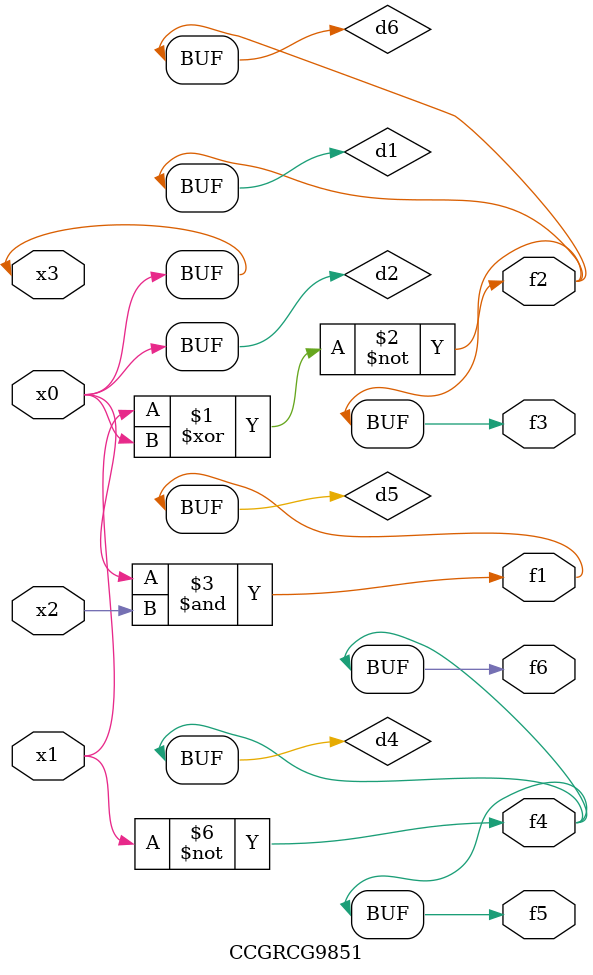
<source format=v>
module CCGRCG9851(
	input x0, x1, x2, x3,
	output f1, f2, f3, f4, f5, f6
);

	wire d1, d2, d3, d4, d5, d6;

	xnor (d1, x1, x3);
	buf (d2, x0, x3);
	nand (d3, x0, x2);
	not (d4, x1);
	nand (d5, d3);
	or (d6, d1);
	assign f1 = d5;
	assign f2 = d6;
	assign f3 = d6;
	assign f4 = d4;
	assign f5 = d4;
	assign f6 = d4;
endmodule

</source>
